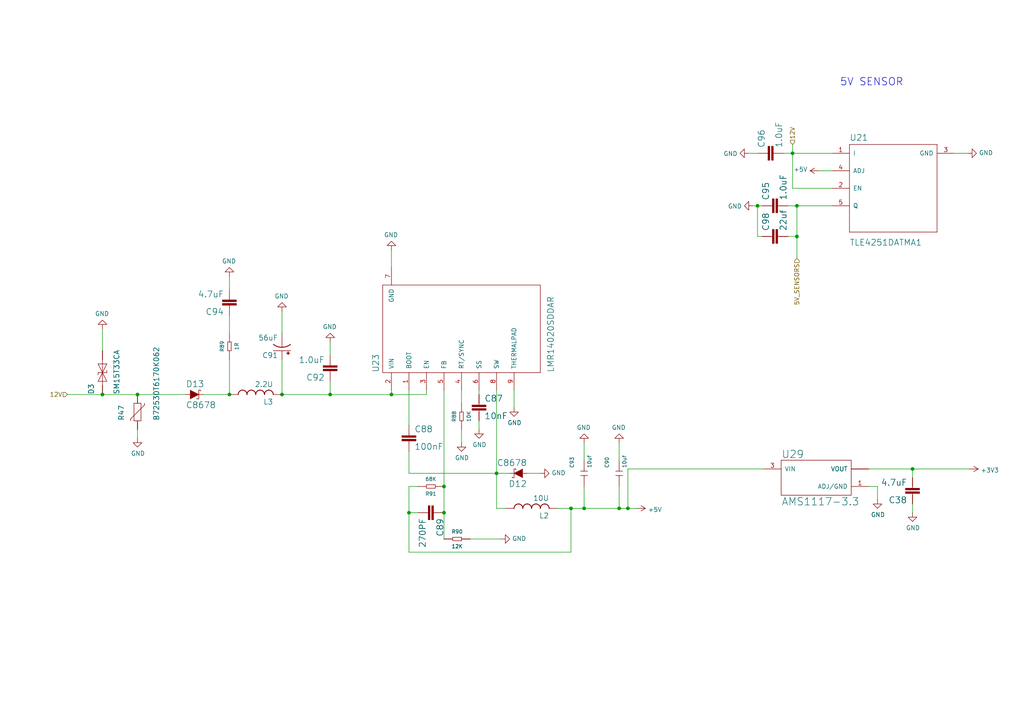
<source format=kicad_sch>
(kicad_sch (version 20230121) (generator eeschema)
  (paper "A4")
  (lib_symbols
    (symbol "Proteus_Little-eagle-import:0.1UF-0603-25V-(+80_-20%)" (pin_names (offset 1.016))
      (property "Reference" "C" (at 1.524 2.921 0))
      (property "Value" "0.1UF-0603-25V-(+80_-20%)" (at 1.524 -2.159 0))
      (symbol "0.1UF-0603-25V-(+80_-20%)_1_0"
        (rectangle (start -2.032 0.508) (end 2.032 1.016) (fill (type outline)))
        (rectangle (start -2.032 1.524) (end 2.032 2.032) (fill (type outline)))
        (polyline (pts (xy 0 0) (xy 0 0.508)))
        (polyline (pts (xy 0 2.54) (xy 0 2.032)))
        (pin passive line (at 0 5.08 270) (length 2.54) (name "1") (number "1"))
        (pin passive line (at 0 -2.54 90) (length 2.54) (name "2") (number "2"))
      )
    )
    (symbol "Proteus_Little-eagle-import:1.0UF-0603-16V-10%" (pin_names (offset 1.016))
      (property "Reference" "C" (at 1.524 2.921 0))
      (property "Value" "1.0UF-0603-16V-10%" (at 1.524 -2.159 0))
      (symbol "1.0UF-0603-16V-10%_1_0"
        (rectangle (start -2.032 0.508) (end 2.032 1.016) (fill (type outline)))
        (rectangle (start -2.032 1.524) (end 2.032 2.032) (fill (type outline)))
        (polyline (pts (xy 0 0) (xy 0 0.508)))
        (polyline (pts (xy 0 2.54) (xy 0 2.032)))
        (pin passive line (at 0 5.08 270) (length 2.54) (name "1") (number "1"))
        (pin passive line (at 0 -2.54 90) (length 2.54) (name "2") (number "2"))
      )
    )
    (symbol "Proteus_Little-eagle-import:10NF-0603-50V-10%" (pin_names (offset 1.016))
      (property "Reference" "C" (at 1.524 2.921 0))
      (property "Value" "10NF-0603-50V-10%" (at 1.524 -2.159 0))
      (symbol "10NF-0603-50V-10%_1_0"
        (rectangle (start -2.032 0.508) (end 2.032 1.016) (fill (type outline)))
        (rectangle (start -2.032 1.524) (end 2.032 2.032) (fill (type outline)))
        (polyline (pts (xy 0 0) (xy 0 0.508)))
        (polyline (pts (xy 0 2.54) (xy 0 2.032)))
        (pin passive line (at 0 5.08 270) (length 2.54) (name "1") (number "1"))
        (pin passive line (at 0 -2.54 90) (length 2.54) (name "2") (number "2"))
      )
    )
    (symbol "Proteus_Little-eagle-import:22PF-0603-50V-5%" (pin_names (offset 1.016))
      (property "Reference" "C" (at 1.524 2.921 0))
      (property "Value" "22PF-0603-50V-5%" (at 1.524 -2.159 0))
      (symbol "22PF-0603-50V-5%_1_0"
        (rectangle (start -2.032 0.508) (end 2.032 1.016) (fill (type outline)))
        (rectangle (start -2.032 1.524) (end 2.032 2.032) (fill (type outline)))
        (polyline (pts (xy 0 0) (xy 0 0.508)))
        (polyline (pts (xy 0 2.54) (xy 0 2.032)))
        (pin passive line (at 0 5.08 270) (length 2.54) (name "1") (number "1"))
        (pin passive line (at 0 -2.54 90) (length 2.54) (name "2") (number "2"))
      )
    )
    (symbol "Proteus_Little-eagle-import:270PF-0603-50V-5%" (pin_names (offset 1.016))
      (property "Reference" "C" (at 1.524 2.921 0))
      (property "Value" "270PF-0603-50V-5%" (at 1.524 -2.159 0))
      (symbol "270PF-0603-50V-5%_1_0"
        (rectangle (start -2.032 0.508) (end 2.032 1.016) (fill (type outline)))
        (rectangle (start -2.032 1.524) (end 2.032 2.032) (fill (type outline)))
        (polyline (pts (xy 0 0) (xy 0 0.508)))
        (polyline (pts (xy 0 2.54) (xy 0 2.032)))
        (pin passive line (at 0 5.08 270) (length 2.54) (name "1") (number "1"))
        (pin passive line (at 0 -2.54 90) (length 2.54) (name "2") (number "2"))
      )
    )
    (symbol "Proteus_Little-eagle-import:4.7UF0603" (pin_names (offset 1.016))
      (property "Reference" "C" (at 1.524 2.921 0))
      (property "Value" "4.7UF0603" (at 1.524 -2.159 0))
      (symbol "4.7UF0603_1_0"
        (rectangle (start -2.032 0.508) (end 2.032 1.016) (fill (type outline)))
        (rectangle (start -2.032 1.524) (end 2.032 2.032) (fill (type outline)))
        (polyline (pts (xy 0 0) (xy 0 0.508)))
        (polyline (pts (xy 0 2.54) (xy 0 2.032)))
        (pin passive line (at 0 5.08 270) (length 2.54) (name "1") (number "1"))
        (pin passive line (at 0 -2.54 90) (length 2.54) (name "2") (number "2"))
      )
    )
    (symbol "Proteus_Little-eagle-import:AMS1117-3.3" (pin_names (offset 1.016))
      (property "Reference" "U" (at -10.16 5.588 0))
      (property "Value" "AMS1117-3.3" (at -10.16 -8.128 0))
      (symbol "AMS1117-3.3_1_0"
        (polyline (pts (xy -10.16 -5.08) (xy -10.16 5.08)))
        (polyline (pts (xy -10.16 5.08) (xy 10.16 5.08)))
        (polyline (pts (xy 10.16 -5.08) (xy -10.16 -5.08)))
        (polyline (pts (xy 10.16 5.08) (xy 10.16 -5.08)))
        (pin power_in line (at 15.24 -2.54 180) (length 5.08) (name "ADJ/GND") (number "1"))
        (pin output line (at 15.24 2.54 180) (length 5.08) (name "VOUT") (number "2"))
        (pin input line (at -15.24 2.54 0) (length 5.08) (name "VIN") (number "3"))
        (pin output line (at 15.24 2.54 180) (length 5.08) (name "VOUT") (number "4"))
      )
    )
    (symbol "Proteus_Little-eagle-import:CERAMIC-10UF-25V-10%-X5R(1206)" (pin_names (offset 1.016))
      (property "Reference" "C" (at -3.81 1.27 0))
      (property "Value" "CERAMIC-10UF-25V-10%-X5R(1206)" (at -3.81 -2.54 0))
      (symbol "CERAMIC-10UF-25V-10%-X5R(1206)_1_0"
        (polyline (pts (xy -1.27 0) (xy -0.635 0)))
        (polyline (pts (xy -0.635 -1.016) (xy -0.635 0)))
        (polyline (pts (xy -0.635 0) (xy -0.635 1.016)))
        (polyline (pts (xy 0.635 0) (xy 0.635 -1.016)))
        (polyline (pts (xy 0.635 0) (xy 1.27 0)))
        (polyline (pts (xy 0.635 1.016) (xy 0.635 0)))
        (pin passive line (at -3.81 0 0) (length 2.54) (name "1") (number "1"))
        (pin passive line (at 3.81 0 180) (length 2.54) (name "2") (number "2"))
      )
    )
    (symbol "Proteus_Little-eagle-import:CPOL-USE3.5-8" (pin_names (offset 1.016))
      (property "Reference" "C" (at 1.016 0.635 0))
      (property "Value" "CPOL-USE3.5-8" (at 1.016 -4.191 0))
      (symbol "CPOL-USE3.5-8_1_0"
        (rectangle (start -2.2352 0.6604) (end -1.3462 0.7874) (fill (type outline)))
        (rectangle (start -1.8542 0.2794) (end -1.7272 1.1684) (fill (type outline)))
        (arc (start 0 -1.016) (mid -1.2939 -1.2289) (end -2.4638 -1.8288) (stroke (width 0.254)))
        (polyline (pts (xy -2.54 0) (xy 2.54 0)))
        (polyline (pts (xy 0 -1.016) (xy 0 -2.54)))
        (arc (start 2.4892 -1.8542) (mid 1.3167 -1.2157) (end 0 -0.9906) (stroke (width 0.254)))
        (pin passive line (at 0 2.54 270) (length 2.54) (name "+") (number "+"))
        (pin passive line (at 0 -5.08 90) (length 2.54) (name "-") (number "-"))
      )
    )
    (symbol "Proteus_Little-eagle-import:DIODE-SCHOTTKY-B340A" (pin_names (offset 1.016))
      (property "Reference" "D" (at -2.54 2.032 0))
      (property "Value" "DIODE-SCHOTTKY-B340A" (at -2.54 -2.032 0))
      (symbol "DIODE-SCHOTTKY-B340A_1_0"
        (polyline (pts (xy -2.54 0) (xy -1.27 0)))
        (polyline (pts (xy 0.762 -1.27) (xy 0.762 -1.016)))
        (polyline (pts (xy 1.27 -1.27) (xy 0.762 -1.27)))
        (polyline (pts (xy 1.27 0) (xy 1.27 -1.27)))
        (polyline (pts (xy 1.27 1.27) (xy 1.27 0)))
        (polyline (pts (xy 1.27 1.27) (xy 1.778 1.27)))
        (polyline (pts (xy 1.778 1.27) (xy 1.778 1.016)))
        (polyline (pts (xy 2.54 0) (xy 1.27 0)))
        (polyline (pts (xy -1.27 1.27) (xy 1.27 0) (xy -1.27 -1.27)) (fill (type outline)))
        (pin passive line (at -2.54 0 0) (length 0) (name "A") (number "A"))
        (pin passive line (at 2.54 0 180) (length 0) (name "C") (number "C"))
      )
    )
    (symbol "Proteus_Little-eagle-import:L-US" (pin_names (offset 1.016))
      (property "Reference" "L" (at -1.27 -5.08 90))
      (property "Value" "L-US" (at 3.81 -5.08 90))
      (symbol "L-US_1_0"
        (arc (start 0 -5.08) (mid 0.898 -4.708) (end 1.27 -3.81) (stroke (width 0.254)))
        (arc (start 0 -2.54) (mid 0.898 -2.168) (end 1.27 -1.27) (stroke (width 0.254)))
        (arc (start 0 0) (mid 0.898 0.372) (end 1.27 1.27) (stroke (width 0.254)))
        (arc (start 0 2.54) (mid 0.898 2.912) (end 1.27 3.81) (stroke (width 0.254)))
        (arc (start 1.27 -3.81) (mid 0.898 -2.912) (end 0 -2.54) (stroke (width 0.254)))
        (arc (start 1.27 -1.27) (mid 0.898 -0.372) (end 0 0) (stroke (width 0.254)))
        (arc (start 1.27 1.27) (mid 0.898 2.168) (end 0 2.54) (stroke (width 0.254)))
        (arc (start 1.27 3.81) (mid 0.898 4.708) (end 0 5.08) (stroke (width 0.254)))
        (pin passive line (at 0 7.62 270) (length 2.54) (name "1") (number "P$1"))
        (pin passive line (at 0 -7.62 90) (length 2.54) (name "2") (number "P$2"))
      )
    )
    (symbol "Proteus_Little-eagle-import:L-USL3225M" (pin_names (offset 1.016))
      (property "Reference" "L" (at -1.27 -5.08 90))
      (property "Value" "L-USL3225M" (at 3.81 -5.08 90))
      (symbol "L-USL3225M_1_0"
        (arc (start 0 -5.08) (mid 0.898 -4.708) (end 1.27 -3.81) (stroke (width 0.254)))
        (arc (start 0 -2.54) (mid 0.898 -2.168) (end 1.27 -1.27) (stroke (width 0.254)))
        (arc (start 0 0) (mid 0.898 0.372) (end 1.27 1.27) (stroke (width 0.254)))
        (arc (start 0 2.54) (mid 0.898 2.912) (end 1.27 3.81) (stroke (width 0.254)))
        (arc (start 1.27 -3.81) (mid 0.898 -2.912) (end 0 -2.54) (stroke (width 0.254)))
        (arc (start 1.27 -1.27) (mid 0.898 -0.372) (end 0 0) (stroke (width 0.254)))
        (arc (start 1.27 1.27) (mid 0.898 2.168) (end 0 2.54) (stroke (width 0.254)))
        (arc (start 1.27 3.81) (mid 0.898 4.708) (end 0 5.08) (stroke (width 0.254)))
        (pin passive line (at 0 7.62 270) (length 2.54) (name "1") (number "1"))
        (pin passive line (at 0 -7.62 90) (length 2.54) (name "2") (number "2"))
      )
    )
    (symbol "Proteus_Little-eagle-import:LMR14020SDDAR" (pin_names (offset 1.016))
      (property "Reference" "U" (at -12.7 23.8506 0))
      (property "Value" "LMR14020SDDAR" (at -12.7 -26.8478 0))
      (symbol "LMR14020SDDAR_1_0"
        (polyline (pts (xy -12.7 -22.86) (xy -12.7 22.86)))
        (polyline (pts (xy -12.7 22.86) (xy 12.7 22.86)))
        (polyline (pts (xy 12.7 -22.86) (xy -12.7 -22.86)))
        (polyline (pts (xy 12.7 22.86) (xy 12.7 -22.86)))
        (pin bidirectional line (at -17.78 15.24 0) (length 5.08) (name "BOOT") (number "1"))
        (pin input line (at -17.78 20.32 0) (length 5.08) (name "VIN") (number "2"))
        (pin bidirectional line (at -17.78 10.16 0) (length 5.08) (name "EN") (number "3"))
        (pin bidirectional line (at -17.78 0 0) (length 5.08) (name "RT/SYNC") (number "4"))
        (pin bidirectional line (at -17.78 5.08 0) (length 5.08) (name "FB") (number "5"))
        (pin bidirectional line (at -17.78 -5.08 0) (length 5.08) (name "SS") (number "6"))
        (pin power_in line (at 17.78 20.32 180) (length 5.08) (name "GND") (number "7"))
        (pin bidirectional line (at -17.78 -10.16 0) (length 5.08) (name "SW") (number "8"))
        (pin bidirectional line (at -17.78 -15.24 0) (length 5.08) (name "THERMALPAD") (number "9"))
      )
    )
    (symbol "Proteus_Little-eagle-import:SMCJ45CA" (pin_names (offset 1.016))
      (property "Reference" "D" (at -7.62 2.413 0))
      (property "Value" "SMCJ45CA" (at -7.62 -4.953 0))
      (symbol "SMCJ45CA_1_0"
        (polyline (pts (xy -5.08 0) (xy 2.54 0)))
        (polyline (pts (xy -3.81 -1.27) (xy -1.27 0)))
        (polyline (pts (xy -3.81 1.27) (xy -3.81 -1.27)))
        (polyline (pts (xy -1.905 1.27) (xy -1.27 1.27)))
        (polyline (pts (xy -1.27 -1.27) (xy -1.27 0)))
        (polyline (pts (xy -1.27 0) (xy -3.81 1.27)))
        (polyline (pts (xy -1.27 0) (xy -1.27 1.27)))
        (polyline (pts (xy -1.27 0) (xy 1.27 -1.27)))
        (polyline (pts (xy -0.635 -1.27) (xy -1.27 -1.27)))
        (polyline (pts (xy 1.27 -1.27) (xy 1.27 1.27)))
        (polyline (pts (xy 1.27 1.27) (xy -1.27 0)))
        (pin passive line (at -7.62 0 0) (length 2.54) (name "1") (number "1"))
        (pin passive line (at 5.08 0 180) (length 2.54) (name "2") (number "2"))
      )
    )
    (symbol "Proteus_Little-eagle-import:SMD-RES-0R-5%-1_10W(0603)" (pin_names (offset 1.016))
      (property "Reference" "R" (at -3.81 1.27 0))
      (property "Value" "SMD-RES-0R-5%-1_10W(0603)" (at -3.81 -2.54 0))
      (symbol "SMD-RES-0R-5%-1_10W(0603)_1_0"
        (polyline (pts (xy -1.27 -0.508) (xy -1.27 0.508)))
        (polyline (pts (xy -1.27 0.508) (xy 1.27 0.508)))
        (polyline (pts (xy 1.27 -0.508) (xy -1.27 -0.508)))
        (polyline (pts (xy 1.27 0.508) (xy 1.27 -0.508)))
        (pin passive line (at -3.81 0 0) (length 2.54) (name "1") (number "1"))
        (pin passive line (at 3.81 0 180) (length 2.54) (name "2") (number "2"))
      )
    )
    (symbol "Proteus_Little-eagle-import:SMD-RES-10K-1%-1_10W(0603)" (pin_names (offset 1.016))
      (property "Reference" "R" (at -3.81 1.27 0))
      (property "Value" "SMD-RES-10K-1%-1_10W(0603)" (at -3.81 -2.54 0))
      (symbol "SMD-RES-10K-1%-1_10W(0603)_1_0"
        (polyline (pts (xy -1.27 -0.508) (xy -1.27 0.508)))
        (polyline (pts (xy -1.27 0.508) (xy 1.27 0.508)))
        (polyline (pts (xy 1.27 -0.508) (xy -1.27 -0.508)))
        (polyline (pts (xy 1.27 0.508) (xy 1.27 -0.508)))
        (pin passive line (at -3.81 0 0) (length 2.54) (name "1") (number "1"))
        (pin passive line (at 3.81 0 180) (length 2.54) (name "2") (number "2"))
      )
    )
    (symbol "Proteus_Little-eagle-import:SMD-RES-12K-1%-1_16W(0402)" (pin_names (offset 1.016))
      (property "Reference" "R" (at -3.81 1.27 0))
      (property "Value" "SMD-RES-12K-1%-1_16W(0402)" (at -3.81 -2.54 0))
      (symbol "SMD-RES-12K-1%-1_16W(0402)_1_0"
        (polyline (pts (xy -1.27 -0.508) (xy -1.27 0.508)))
        (polyline (pts (xy -1.27 0.508) (xy 1.27 0.508)))
        (polyline (pts (xy 1.27 -0.508) (xy -1.27 -0.508)))
        (polyline (pts (xy 1.27 0.508) (xy 1.27 -0.508)))
        (pin passive line (at -3.81 0 0) (length 2.54) (name "1") (number "1"))
        (pin passive line (at 3.81 0 180) (length 2.54) (name "2") (number "2"))
      )
    )
    (symbol "Proteus_Little-eagle-import:SMD-RES-68K-1%-1_10W(0603)" (pin_names (offset 1.016))
      (property "Reference" "R" (at -3.81 1.27 0))
      (property "Value" "SMD-RES-68K-1%-1_10W(0603)" (at -3.81 -2.54 0))
      (symbol "SMD-RES-68K-1%-1_10W(0603)_1_0"
        (polyline (pts (xy -1.27 -0.508) (xy -1.27 0.508)))
        (polyline (pts (xy -1.27 0.508) (xy 1.27 0.508)))
        (polyline (pts (xy 1.27 -0.508) (xy -1.27 -0.508)))
        (polyline (pts (xy 1.27 0.508) (xy 1.27 -0.508)))
        (pin passive line (at -3.81 0 0) (length 2.54) (name "1") (number "1"))
        (pin passive line (at 3.81 0 180) (length 2.54) (name "2") (number "2"))
      )
    )
    (symbol "Proteus_Little-eagle-import:TLE4251DATMA1" (pin_names (offset 1.016))
      (property "Reference" "U" (at -12.7 13.6906 0))
      (property "Value" "TLE4251DATMA1" (at -12.7 -16.6878 0))
      (symbol "TLE4251DATMA1_1_0"
        (polyline (pts (xy -12.7 -12.7) (xy -12.7 12.7)))
        (polyline (pts (xy -12.7 12.7) (xy 12.7 12.7)))
        (polyline (pts (xy 12.7 -12.7) (xy -12.7 -12.7)))
        (polyline (pts (xy 12.7 12.7) (xy 12.7 -12.7)))
        (pin input line (at -17.78 10.16 0) (length 5.08) (name "I") (number "1"))
        (pin bidirectional line (at -17.78 0 0) (length 5.08) (name "EN") (number "2"))
        (pin power_in line (at 17.78 10.16 180) (length 5.08) (name "GND") (number "3"))
        (pin bidirectional line (at -17.78 5.08 0) (length 5.08) (name "ADJ") (number "4"))
        (pin bidirectional line (at -17.78 -5.08 0) (length 5.08) (name "Q") (number "5"))
      )
    )
    (symbol "Proteus_Little-eagle-import:VARISTOR-5" (pin_names (offset 1.016))
      (property "Reference" "R" (at -2.54 3.81 0))
      (property "Value" "VARISTOR-5" (at -2.54 -6.35 0))
      (symbol "VARISTOR-5_1_0"
        (polyline (pts (xy -2.54 -1.016) (xy -2.54 1.016)))
        (polyline (pts (xy -2.54 1.016) (xy 2.54 1.016)))
        (polyline (pts (xy -2.032 2.032) (xy -2.54 2.032)))
        (polyline (pts (xy 2.032 -2.032) (xy -2.032 2.032)))
        (polyline (pts (xy 2.54 -2.032) (xy 2.032 -2.032)))
        (polyline (pts (xy 2.54 -1.016) (xy -2.54 -1.016)))
        (polyline (pts (xy 2.54 1.016) (xy 2.54 -1.016)))
        (pin passive line (at 5.08 0 180) (length 2.54) (name "1") (number "1"))
        (pin passive line (at -5.08 0 0) (length 2.54) (name "2") (number "2"))
      )
    )
    (symbol "Proteus_Little-rescue:+3V3-power" (power) (pin_names (offset 0))
      (property "Value" "+3V3-power" (at 0 3.556 0))
      (symbol "+3V3-power_0_1"
        (polyline (pts (xy -0.762 1.27) (xy 0 2.54)))
        (polyline (pts (xy 0 0) (xy 0 2.54)))
        (polyline (pts (xy 0 2.54) (xy 0.762 1.27)))
      )
      (symbol "+3V3-power_1_1"
        (pin power_in line (at 0 0 90) (length 0) hide (name "+3V3") (number "1"))
      )
    )
    (symbol "Proteus_Little-rescue:+5V-power" (power) (pin_names (offset 0))
      (property "Value" "+5V-power" (at 0 3.556 0))
      (symbol "+5V-power_0_1"
        (polyline (pts (xy -0.762 1.27) (xy 0 2.54)))
        (polyline (pts (xy 0 0) (xy 0 2.54)))
        (polyline (pts (xy 0 2.54) (xy 0.762 1.27)))
      )
      (symbol "+5V-power_1_1"
        (pin power_in line (at 0 0 90) (length 0) hide (name "+5V") (number "1"))
      )
    )
    (symbol "Proteus_Little-rescue:GND-power" (power) (pin_names (offset 0))
      (property "Value" "GND-power" (at 0 -3.81 0))
      (symbol "GND-power_0_1"
        (polyline (pts (xy 0 0) (xy 0 -1.27) (xy 1.27 -1.27) (xy 0 -2.54) (xy -1.27 -1.27) (xy 0 -1.27)))
      )
      (symbol "GND-power_1_1"
        (pin power_in line (at 0 0 270) (length 0) hide (name "GND") (number "1"))
      )
    )
  )
  (junction (at 128.778 141.097))
  (junction (at 29.718 114.427))
  (junction (at 264.668 136.017))
  (junction (at 219.71 59.69))
  (junction (at 128.778 148.717))
  (junction (at 182.118 147.447))
  (junction (at 113.538 114.427))
  (junction (at 169.418 147.447))
  (junction (at 81.788 114.427))
  (junction (at 179.578 147.447))
  (junction (at 39.878 114.427))
  (junction (at 231.14 59.69))
  (junction (at 229.87 44.45))
  (junction (at 95.758 114.427))
  (junction (at 165.608 147.447))
  (junction (at 118.618 148.717))
  (junction (at 231.14 68.58))
  (junction (at 144.018 137.287))
  (junction (at 66.548 114.427))
  (wire (pts (xy 231.14 59.69) (xy 228.6 59.69)))
  (wire (pts (xy 144.018 137.287) (xy 144.018 113.157)))
  (wire (pts (xy 169.418 128.397) (xy 169.418 133.477)))
  (wire (pts (xy 123.698 113.157) (xy 123.698 114.427)))
  (wire (pts (xy 179.578 128.397) (xy 179.578 133.477)))
  (wire (pts (xy 149.098 113.157) (xy 149.098 118.237)))
  (wire (pts (xy 147.828 137.287) (xy 144.018 137.287)))
  (wire (pts (xy 118.618 141.097) (xy 118.618 148.717)))
  (wire (pts (xy 66.548 114.427) (xy 66.548 104.267)))
  (wire (pts (xy 182.118 136.017) (xy 221.488 136.017)))
  (wire (pts (xy 264.668 136.017) (xy 251.968 136.017)))
  (wire (pts (xy 118.618 160.147) (xy 165.608 160.147)))
  (wire (pts (xy 219.71 59.69) (xy 220.98 59.69)))
  (wire (pts (xy 118.618 130.937) (xy 118.618 137.287)))
  (wire (pts (xy 231.14 59.69) (xy 231.14 68.58)))
  (wire (pts (xy 123.698 114.427) (xy 113.538 114.427)))
  (wire (pts (xy 161.798 147.447) (xy 165.608 147.447)))
  (wire (pts (xy 179.578 147.447) (xy 179.578 141.097)))
  (wire (pts (xy 133.858 113.157) (xy 133.858 116.967)))
  (wire (pts (xy 165.608 160.147) (xy 165.608 147.447)))
  (wire (pts (xy 264.668 148.717) (xy 264.668 146.177)))
  (wire (pts (xy 133.858 128.397) (xy 133.858 124.587)))
  (wire (pts (xy 138.938 124.587) (xy 138.938 122.047)))
  (wire (pts (xy 229.87 54.61) (xy 241.3 54.61)))
  (wire (pts (xy 95.758 110.617) (xy 95.758 114.427)))
  (wire (pts (xy 229.87 44.45) (xy 241.3 44.45)))
  (wire (pts (xy 29.718 95.377) (xy 29.718 101.727)))
  (wire (pts (xy 128.778 148.717) (xy 128.778 156.337)))
  (wire (pts (xy 264.668 138.557) (xy 264.668 136.017)))
  (wire (pts (xy 220.98 68.58) (xy 219.71 68.58)))
  (wire (pts (xy 229.87 41.91) (xy 229.87 44.45)))
  (wire (pts (xy 219.71 68.58) (xy 219.71 59.69)))
  (wire (pts (xy 229.87 44.45) (xy 227.33 44.45)))
  (wire (pts (xy 217.17 44.45) (xy 219.71 44.45)))
  (wire (pts (xy 95.758 114.427) (xy 81.788 114.427)))
  (wire (pts (xy 165.608 147.447) (xy 169.418 147.447)))
  (wire (pts (xy 182.118 147.447) (xy 182.118 136.017)))
  (wire (pts (xy 138.938 113.157) (xy 138.938 114.427)))
  (wire (pts (xy 118.618 148.717) (xy 121.158 148.717)))
  (wire (pts (xy 113.538 113.157) (xy 113.538 114.427)))
  (wire (pts (xy 58.928 114.427) (xy 66.548 114.427)))
  (wire (pts (xy 231.14 68.58) (xy 231.14 74.93)))
  (wire (pts (xy 19.558 114.427) (xy 29.718 114.427)))
  (wire (pts (xy 144.018 147.447) (xy 146.558 147.447)))
  (wire (pts (xy 237.49 49.53) (xy 241.3 49.53)))
  (wire (pts (xy 95.758 99.187) (xy 95.758 102.997)))
  (wire (pts (xy 66.548 96.647) (xy 66.548 91.567)))
  (wire (pts (xy 231.14 59.69) (xy 241.3 59.69)))
  (wire (pts (xy 145.288 156.337) (xy 136.398 156.337)))
  (wire (pts (xy 218.44 59.69) (xy 219.71 59.69)))
  (wire (pts (xy 156.718 137.287) (xy 152.908 137.287)))
  (wire (pts (xy 81.788 114.427) (xy 81.788 104.267)))
  (wire (pts (xy 118.618 123.317) (xy 118.618 113.157)))
  (wire (pts (xy 144.018 137.287) (xy 144.018 147.447)))
  (wire (pts (xy 229.87 44.45) (xy 229.87 54.61)))
  (wire (pts (xy 228.6 68.58) (xy 231.14 68.58)))
  (wire (pts (xy 113.538 77.597) (xy 113.538 72.517)))
  (wire (pts (xy 276.86 44.45) (xy 280.67 44.45)))
  (wire (pts (xy 182.118 147.447) (xy 179.578 147.447)))
  (wire (pts (xy 118.618 148.717) (xy 118.618 160.147)))
  (wire (pts (xy 169.418 147.447) (xy 179.578 147.447)))
  (wire (pts (xy 254.508 141.097) (xy 251.968 141.097)))
  (wire (pts (xy 254.508 144.907) (xy 254.508 141.097)))
  (wire (pts (xy 121.158 141.097) (xy 118.618 141.097)))
  (wire (pts (xy 95.758 114.427) (xy 113.538 114.427)))
  (wire (pts (xy 39.878 114.427) (xy 53.848 114.427)))
  (wire (pts (xy 281.178 136.017) (xy 264.668 136.017)))
  (wire (pts (xy 184.658 147.447) (xy 182.118 147.447)))
  (wire (pts (xy 169.418 141.097) (xy 169.418 147.447)))
  (wire (pts (xy 128.778 141.097) (xy 128.778 148.717)))
  (wire (pts (xy 118.618 137.287) (xy 144.018 137.287)))
  (wire (pts (xy 29.718 114.427) (xy 39.878 114.427)))
  (wire (pts (xy 66.548 80.137) (xy 66.548 83.947)))
  (wire (pts (xy 81.788 90.297) (xy 81.788 96.647)))
  (wire (pts (xy 39.878 127.127) (xy 39.878 124.587)))
  (wire (pts (xy 128.778 113.157) (xy 128.778 141.097)))
  (text "5V SENSOR" (at 243.586 25.146 0) (effects (font (size 2.159 2.159)) (justify left bottom)))
  (hierarchical_label "12V" (shape input) (at 229.87 41.91 90))
  (hierarchical_label "5V_SENSORS" (shape input) (at 231.14 74.93 270))
  (hierarchical_label "12V" (shape input) (at 19.558 114.427 180))
  (symbol (lib_id "Proteus_Little-eagle-import:DIODE-SCHOTTKY-B340A") (at 56.388 114.427 0) (unit 1)
    (property "Reference" "D13" (at 53.848 112.395 0) (effects (font (size 1.778 1.778)) (justify left bottom)))
    (property "Value" "C8678" (at 53.848 116.459 0) (effects (font (size 1.778 1.778)) (justify left top)))
    (property "Footprint" "Proteus_Little:SMA-DIODE" (effects hide))
    (property "LCSC" "C85098" (effects hide))
  )
  (symbol (lib_id "Proteus_Little-rescue:GND-power") (at 217.17 44.45 270) (unit 1)
    (property "Reference" "#PWR0388" (effects hide))
    (property "Value" "GND-power" (at 213.9188 44.577 90) (effects (justify right)))
  )
  (symbol (lib_id "Proteus_Little-rescue:GND-power") (at 218.44 59.69 270) (unit 1)
    (property "Reference" "#PWR0389" (effects hide))
    (property "Value" "GND-power" (at 215.1888 59.817 90) (effects (justify right)))
  )
  (symbol (lib_id "Proteus_Little-rescue:GND-power") (at 280.67 44.45 90) (unit 1)
    (property "Reference" "#PWR0390" (effects hide))
    (property "Value" "GND-power" (at 283.9212 44.323 90) (effects (justify right)))
  )
  (symbol (lib_id "Proteus_Little-rescue:+5V-power") (at 237.49 49.53 90) (unit 1)
    (property "Reference" "#PWR0391" (effects hide))
    (property "Value" "+5V-power" (at 234.2388 49.149 90) (effects (justify left)))
  )
  (symbol (lib_id "Proteus_Little-rescue:GND-power") (at 29.718 95.377 180) (unit 1)
    (property "Reference" "#PWR0392" (effects hide))
    (property "Value" "GND-power" (at 29.591 90.9828 0))
  )
  (symbol (lib_id "Proteus_Little-rescue:GND-power") (at 66.548 80.137 180) (unit 1)
    (property "Reference" "#PWR0393" (effects hide))
    (property "Value" "GND-power" (at 66.421 75.7428 0))
  )
  (symbol (lib_id "Proteus_Little-rescue:GND-power") (at 81.788 90.297 180) (unit 1)
    (property "Reference" "#PWR0394" (effects hide))
    (property "Value" "GND-power" (at 81.661 85.9028 0))
  )
  (symbol (lib_id "Proteus_Little-rescue:GND-power") (at 95.758 99.187 180) (unit 1)
    (property "Reference" "#PWR0395" (effects hide))
    (property "Value" "GND-power" (at 95.631 94.7928 0))
  )
  (symbol (lib_id "Proteus_Little-rescue:GND-power") (at 113.538 72.517 180) (unit 1)
    (property "Reference" "#PWR0396" (effects hide))
    (property "Value" "GND-power" (at 113.411 68.1228 0))
  )
  (symbol (lib_id "Proteus_Little-rescue:GND-power") (at 39.878 127.127 0) (unit 1)
    (property "Reference" "#PWR0397" (effects hide))
    (property "Value" "GND-power" (at 40.005 131.5212 0))
  )
  (symbol (lib_id "Proteus_Little-rescue:GND-power") (at 133.858 128.397 0) (unit 1)
    (property "Reference" "#PWR0398" (effects hide))
    (property "Value" "GND-power" (at 133.985 132.7912 0))
  )
  (symbol (lib_id "Proteus_Little-rescue:GND-power") (at 138.938 124.587 0) (unit 1)
    (property "Reference" "#PWR0399" (effects hide))
    (property "Value" "GND-power" (at 139.065 128.9812 0))
  )
  (symbol (lib_id "Proteus_Little-rescue:GND-power") (at 149.098 118.237 0) (unit 1)
    (property "Reference" "#PWR0400" (effects hide))
    (property "Value" "GND-power" (at 149.225 122.6312 0))
  )
  (symbol (lib_id "Proteus_Little-rescue:GND-power") (at 145.288 156.337 90) (unit 1)
    (property "Reference" "#PWR0401" (effects hide))
    (property "Value" "GND-power" (at 148.5392 156.21 90) (effects (justify right)))
  )
  (symbol (lib_id "Proteus_Little-rescue:GND-power") (at 156.718 137.287 90) (unit 1)
    (property "Reference" "#PWR0402" (effects hide))
    (property "Value" "GND-power" (at 159.9692 137.16 90) (effects (justify right)))
  )
  (symbol (lib_id "Proteus_Little-rescue:GND-power") (at 169.418 128.397 180) (unit 1)
    (property "Reference" "#PWR0403" (effects hide))
    (property "Value" "GND-power" (at 169.291 124.0028 0))
  )
  (symbol (lib_id "Proteus_Little-rescue:GND-power") (at 179.578 128.397 180) (unit 1)
    (property "Reference" "#PWR0404" (effects hide))
    (property "Value" "GND-power" (at 179.451 124.0028 0))
  )
  (symbol (lib_id "Proteus_Little-rescue:GND-power") (at 254.508 144.907 0) (unit 1)
    (property "Reference" "#PWR0405" (effects hide))
    (property "Value" "GND-power" (at 254.635 149.3012 0))
  )
  (symbol (lib_id "Proteus_Little-rescue:GND-power") (at 264.668 148.717 0) (unit 1)
    (property "Reference" "#PWR0406" (effects hide))
    (property "Value" "GND-power" (at 264.795 153.1112 0))
  )
  (symbol (lib_id "Proteus_Little-rescue:+3V3-power") (at 281.178 136.017 270) (unit 1)
    (property "Reference" "#PWR0408" (effects hide))
    (property "Value" "+3V3-power" (at 284.4292 136.398 90) (effects (justify left)))
  )
  (symbol (lib_id "Proteus_Little-rescue:+5V-power") (at 184.658 147.447 270) (unit 1)
    (property "Reference" "#PWR0407" (effects hide))
    (property "Value" "+5V-power" (at 187.9092 147.828 90) (effects (justify left)))
  )
  (symbol (lib_id "Proteus_Little-eagle-import:CERAMIC-10UF-25V-10%-X5R(1206)") (at 169.418 137.287 90) (unit 1)
    (property "Reference" "C93" (at 166.497 135.763 0) (effects (font (size 1.0668 1.0668)) (justify left bottom)))
    (property "Value" "10uf" (at 171.577 135.763 0) (effects (font (size 1.0668 1.0668)) (justify left bottom)))
    (property "Footprint" "Proteus_Little:C1206" (effects hide))
  )
  (symbol (lib_id "Proteus_Little-eagle-import:4.7UF0603") (at 264.668 141.097 180) (unit 1)
    (property "Reference" "C38" (at 263.144 144.018 0) (effects (font (size 1.778 1.778)) (justify left bottom)))
    (property "Value" "4.7uF" (at 263.144 138.938 0) (effects (font (size 1.778 1.778)) (justify left bottom)))
    (property "Footprint" "Proteus_Little:0603" (effects hide))
  )
  (symbol (lib_id "Proteus_Little-eagle-import:1.0UF-0603-16V-10%") (at 226.06 59.69 90) (unit 1)
    (property "Reference" "C95" (at 223.139 58.166 0) (effects (font (size 1.778 1.778)) (justify left bottom)))
    (property "Value" "1.0uF" (at 228.219 58.166 0) (effects (font (size 1.778 1.778)) (justify left bottom)))
    (property "Footprint" "Proteus_Little:0603" (effects hide))
  )
  (symbol (lib_id "Proteus_Little-eagle-import:SMD-RES-12K-1%-1_16W(0402)") (at 132.588 156.337 0) (unit 1)
    (property "Reference" "R90" (at 132.588 154.813 0) (effects (font (size 1.0668 1.0668)) (justify bottom)))
    (property "Value" "12K" (at 132.588 157.861 0) (effects (font (size 1.0668 1.0668)) (justify top)))
    (property "Footprint" "Proteus_Little:R0402" (effects hide))
  )
  (symbol (lib_id "Proteus_Little-eagle-import:AMS1117-3.3") (at 236.728 138.557 0) (unit 1)
    (property "Reference" "U29" (at 226.568 132.969 0) (effects (font (size 2.159 2.159)) (justify left bottom)))
    (property "Value" "AMS1117-3.3" (at 226.568 146.7104 0) (effects (font (size 2.159 2.159)) (justify left bottom)))
    (property "Footprint" "Proteus_Little:SOT229P700X180-4N" (effects hide))
  )
  (symbol (lib_id "Proteus_Little-eagle-import:22PF-0603-50V-5%") (at 226.06 68.58 90) (unit 1)
    (property "Reference" "C98" (at 223.139 67.056 0) (effects (font (size 1.778 1.778)) (justify left bottom)))
    (property "Value" "22uf" (at 228.219 67.056 0) (effects (font (size 1.778 1.778)) (justify left bottom)))
    (property "Footprint" "Proteus_Little:0603" (effects hide))
  )
  (symbol (lib_id "Proteus_Little-eagle-import:1.0UF-0603-16V-10%") (at 95.758 105.537 180) (unit 1)
    (property "Reference" "C92" (at 94.234 108.458 0) (effects (font (size 1.778 1.778)) (justify left bottom)))
    (property "Value" "1.0uF" (at 94.234 103.378 0) (effects (font (size 1.778 1.778)) (justify left bottom)))
    (property "Footprint" "Proteus_Little:0603" (effects hide))
  )
  (symbol (lib_id "Proteus_Little-eagle-import:SMD-RES-0R-5%-1_10W(0603)") (at 66.548 100.457 90) (unit 1)
    (property "Reference" "R89" (at 65.024 100.457 0) (effects (font (size 1.0668 1.0668)) (justify bottom)))
    (property "Value" "1R" (at 68.072 100.457 0) (effects (font (size 1.0668 1.0668)) (justify top)))
    (property "Footprint" "Proteus_Little:R0603" (effects hide))
    (property "LCSC" "C22936" (effects hide))
  )
  (symbol (lib_id "Proteus_Little-eagle-import:LMR14020SDDAR") (at 133.858 95.377 90) (unit 1)
    (property "Reference" "U23" (at 110.0074 108.077 0) (effects (font (size 1.7526 1.7526)) (justify left bottom)))
    (property "Value" "LMR14020SDDAR" (at 160.7312 108.077 0) (effects (font (size 1.7526 1.7526)) (justify left bottom)))
    (property "Footprint" "Proteus_Little:VREG_LM5017MR_NOPB" (effects hide))
  )
  (symbol (lib_id "Proteus_Little-eagle-import:SMD-RES-10K-1%-1_10W(0603)") (at 133.858 120.777 90) (unit 1)
    (property "Reference" "R88" (at 132.334 120.777 0) (effects (font (size 1.0668 1.0668)) (justify bottom)))
    (property "Value" "10K" (at 135.382 120.777 0) (effects (font (size 1.0668 1.0668)) (justify top)))
    (property "Footprint" "Proteus_Little:R0603" (effects hide))
  )
  (symbol (lib_id "Proteus_Little-eagle-import:0.1UF-0603-25V-(+80_-20%)") (at 118.618 128.397 0) (unit 1)
    (property "Reference" "C88" (at 120.142 125.476 0) (effects (font (size 1.778 1.778)) (justify left bottom)))
    (property "Value" "100nF" (at 120.142 130.556 0) (effects (font (size 1.778 1.778)) (justify left bottom)))
    (property "Footprint" "Proteus_Little:0603" (effects hide))
  )
  (symbol (lib_id "Proteus_Little-eagle-import:DIODE-SCHOTTKY-B340A") (at 150.368 137.287 180) (unit 1)
    (property "Reference" "D12" (at 152.908 139.319 0) (effects (font (size 1.778 1.778)) (justify left bottom)))
    (property "Value" "C8678" (at 152.908 135.255 0) (effects (font (size 1.778 1.778)) (justify left top)))
    (property "Footprint" "Proteus_Little:SMA-DIODE" (effects hide))
  )
  (symbol (lib_id "Proteus_Little-eagle-import:SMD-RES-68K-1%-1_10W(0603)") (at 124.968 141.097 180) (unit 1)
    (property "Reference" "R91" (at 124.968 142.621 0) (effects (font (size 1.0668 1.0668)) (justify bottom)))
    (property "Value" "68K" (at 124.968 139.573 0) (effects (font (size 1.0668 1.0668)) (justify top)))
    (property "Footprint" "Proteus_Little:R0603" (effects hide))
  )
  (symbol (lib_id "Proteus_Little-eagle-import:L-US") (at 154.178 147.447 90) (unit 1)
    (property "Reference" "L2" (at 159.258 148.717 90) (effects (font (size 1.4986 1.4986)) (justify left bottom)))
    (property "Value" "10U" (at 159.258 143.637 90) (effects (font (size 1.4986 1.4986)) (justify left bottom)))
    (property "Footprint" "Proteus_Little:0503" (effects hide))
  )
  (symbol (lib_id "Proteus_Little-eagle-import:270PF-0603-50V-5%") (at 123.698 148.717 270) (unit 1)
    (property "Reference" "C89" (at 126.619 150.241 0) (effects (font (size 1.778 1.778)) (justify left bottom)))
    (property "Value" "270PF" (at 121.539 150.241 0) (effects (font (size 1.778 1.778)) (justify left bottom)))
    (property "Footprint" "Proteus_Little:0603" (effects hide))
  )
  (symbol (lib_id "Proteus_Little-eagle-import:VARISTOR-5") (at 39.878 119.507 90) (unit 1)
    (property "Reference" "R47" (at 36.068 122.047 0) (effects (font (size 1.4986 1.4986)) (justify left bottom)))
    (property "Value" "B72530T6170K062" (at 46.228 122.047 0) (effects (font (size 1.4986 1.4986)) (justify left bottom)))
    (property "Footprint" "Proteus_Little:R-5" (effects hide))
  )
  (symbol (lib_id "Proteus_Little-eagle-import:CPOL-USE3.5-8") (at 81.788 101.727 180) (unit 1)
    (property "Reference" "C91" (at 80.645 102.2096 0) (effects (font (size 1.4986 1.4986)) (justify left bottom)))
    (property "Value" "56uF" (at 80.645 97.1296 0) (effects (font (size 1.4986 1.4986)) (justify left bottom)))
    (property "Footprint" "Proteus_Little:E3,5-8" (effects hide))
  )
  (symbol (lib_id "Proteus_Little-eagle-import:4.7UF0603") (at 66.548 86.487 180) (unit 1)
    (property "Reference" "C94" (at 65.024 89.408 0) (effects (font (size 1.778 1.778)) (justify left bottom)))
    (property "Value" "4.7uF" (at 65.024 84.328 0) (effects (font (size 1.778 1.778)) (justify left bottom)))
    (property "Footprint" "Proteus_Little:0603" (effects hide))
    (property "LCSC" "C329940" (effects hide))
  )
  (symbol (lib_id "Proteus_Little-eagle-import:1.0UF-0603-16V-10%") (at 224.79 44.45 90) (unit 1)
    (property "Reference" "C96" (at 221.869 42.926 0) (effects (font (size 1.778 1.778)) (justify left bottom)))
    (property "Value" "1.0uF" (at 226.949 42.926 0) (effects (font (size 1.778 1.778)) (justify left bottom)))
    (property "Footprint" "Proteus_Little:0603" (effects hide))
  )
  (symbol (lib_id "Proteus_Little-eagle-import:CERAMIC-10UF-25V-10%-X5R(1206)") (at 179.578 137.287 90) (unit 1)
    (property "Reference" "C90" (at 176.657 135.763 0) (effects (font (size 1.0668 1.0668)) (justify left bottom)))
    (property "Value" "10uf" (at 181.737 135.763 0) (effects (font (size 1.0668 1.0668)) (justify left bottom)))
    (property "Footprint" "Proteus_Little:C1206" (effects hide))
  )
  (symbol (lib_id "Proteus_Little-eagle-import:10NF-0603-50V-10%") (at 138.938 119.507 0) (unit 1)
    (property "Reference" "C87" (at 140.462 116.586 0) (effects (font (size 1.778 1.778)) (justify left bottom)))
    (property "Value" "10nF" (at 140.462 121.666 0) (effects (font (size 1.778 1.778)) (justify left bottom)))
    (property "Footprint" "Proteus_Little:0603" (effects hide))
  )
  (symbol (lib_id "Proteus_Little-eagle-import:TLE4251DATMA1") (at 259.08 54.61 0) (unit 1)
    (property "Reference" "U21" (at 246.38 40.9194 0) (effects (font (size 1.7526 1.7526)) (justify left bottom)))
    (property "Value" "TLE4251DATMA1" (at 246.38 71.3232 0) (effects (font (size 1.7526 1.7526)) (justify left bottom)))
    (property "Footprint" "Proteus_Little:TO114P998X235-5" (effects hide))
  )
  (symbol (lib_id "Proteus_Little-eagle-import:SMCJ45CA") (at 29.718 106.807 90) (unit 1)
    (property "Reference" "D3" (at 27.305 114.427 0) (effects (font (size 1.4986 1.4986)) (justify left bottom)))
    (property "Value" "SM15T33CA" (at 34.671 114.427 0) (effects (font (size 1.4986 1.4986)) (justify left bottom)))
    (property "Footprint" "Proteus_Little:DIOM7959X262N" (effects hide))
    (property "LCSC" "C133707" (effects hide))
  )
  (symbol (lib_id "Proteus_Little-eagle-import:L-USL3225M") (at 74.168 114.427 90) (unit 1)
    (property "Reference" "L3" (at 79.248 115.697 90) (effects (font (size 1.4986 1.4986)) (justify left bottom)))
    (property "Value" "2.2U" (at 79.248 110.617 90) (effects (font (size 1.4986 1.4986)) (justify left bottom)))
    (property "Footprint" "Proteus_Little:L3225M" (effects hide))
  )
)
</source>
